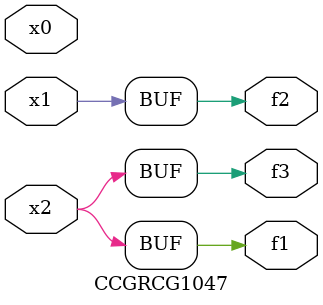
<source format=v>
module CCGRCG1047(
	input x0, x1, x2,
	output f1, f2, f3
);
	assign f1 = x2;
	assign f2 = x1;
	assign f3 = x2;
endmodule

</source>
